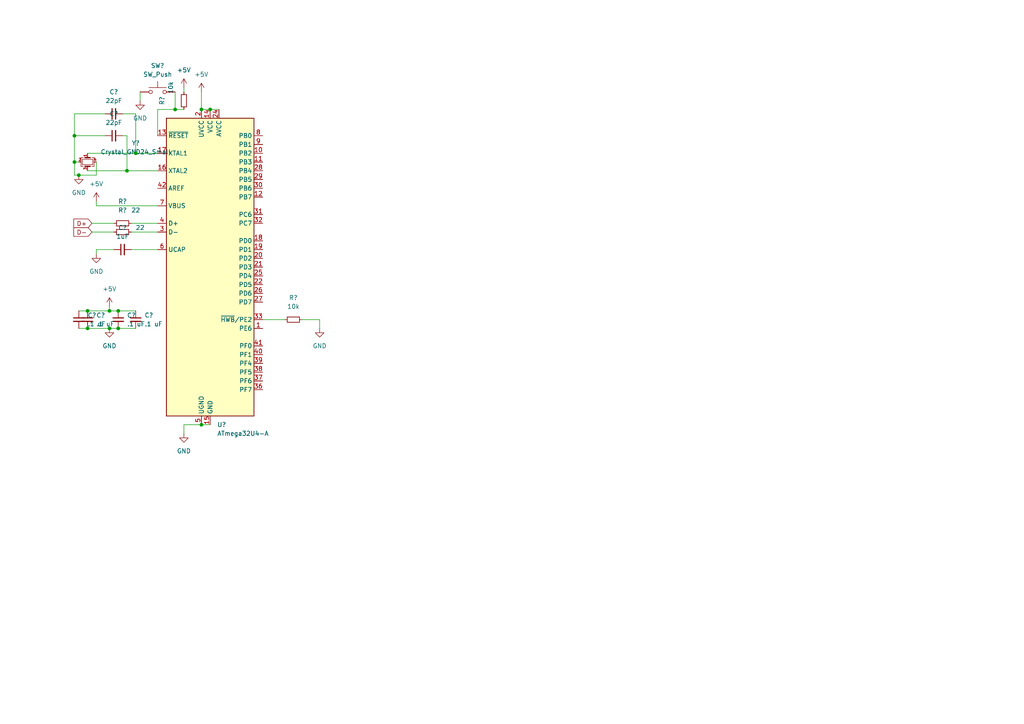
<source format=kicad_sch>
(kicad_sch (version 20211123) (generator eeschema)
  (paper "A4")
  (lib_symbols
    (symbol "Device:C_Small" (pin_numbers hide) (pin_names (offset 0.254) hide)
      (property "Reference" "C" (at 0.254 1.778 0))
      (property "Value" "C_Small" (at 0.254 -2.032 0))
      (symbol "C_Small_0_1"
        (polyline (pts (xy -1.524 -0.508) (xy 1.524 -0.508)) (stroke (width 0.3302)))
        (polyline (pts (xy -1.524 0.508) (xy 1.524 0.508)) (stroke (width 0.3048)))
      )
      (symbol "C_Small_1_1"
        (pin passive line (at 0 2.54 270) (length 2.032) (name "~") (number "1"))
        (pin passive line (at 0 -2.54 90) (length 2.032) (name "~") (number "2"))
      )
    )
    (symbol "Device:Crystal_GND24_Small" (pin_names (offset 1.016) hide)
      (property "Reference" "Y" (at 1.27 4.445 0))
      (property "Value" "Crystal_GND24_Small" (at 1.27 2.54 0))
      (symbol "Crystal_GND24_Small_0_1"
        (rectangle (start -0.762 -1.524) (end 0.762 1.524))
        (polyline (pts (xy -1.27 -0.762) (xy -1.27 0.762)) (stroke (width 0.381)))
        (polyline (pts (xy 1.27 -0.762) (xy 1.27 0.762)) (stroke (width 0.381)))
        (polyline (pts (xy -1.27 -1.27) (xy -1.27 -1.905) (xy 1.27 -1.905) (xy 1.27 -1.27)))
        (polyline (pts (xy -1.27 1.27) (xy -1.27 1.905) (xy 1.27 1.905) (xy 1.27 1.27)))
      )
      (symbol "Crystal_GND24_Small_1_1"
        (pin passive line (at -2.54 0 0) (length 1.27) (name "1") (number "1"))
        (pin passive line (at 0 -2.54 90) (length 0.635) (name "2") (number "2"))
        (pin passive line (at 2.54 0 180) (length 1.27) (name "3") (number "3"))
        (pin passive line (at 0 2.54 270) (length 0.635) (name "4") (number "4"))
      )
    )
    (symbol "Device:R_Small" (pin_numbers hide) (pin_names (offset 0.254) hide)
      (property "Reference" "R" (at 0.762 0.508 0))
      (property "Value" "R_Small" (at 0.762 -1.016 0))
      (symbol "R_Small_0_1"
        (rectangle (start -0.762 1.778) (end 0.762 -1.778) (stroke (width 0.2032)))
      )
      (symbol "R_Small_1_1"
        (pin passive line (at 0 2.54 270) (length 0.762) (name "~") (number "1"))
        (pin passive line (at 0 -2.54 90) (length 0.762) (name "~") (number "2"))
      )
    )
    (symbol "MCU_Microchip_ATmega:ATmega32U4-A"
      (property "Reference" "U" (at -12.7 44.45 0))
      (property "Value" "ATmega32U4-A" (at 2.54 -44.45 0))
      (symbol "ATmega32U4-A_0_1"
        (rectangle (start -12.7 -43.18) (end 12.7 43.18) (stroke (width 0.254)) (fill (type background)))
      )
      (symbol "ATmega32U4-A_1_1"
        (pin bidirectional line (at 15.24 -17.78 180) (length 2.54) (name "PE6") (number "1"))
        (pin bidirectional line (at 15.24 33.02 180) (length 2.54) (name "PB2") (number "10"))
        (pin bidirectional line (at 15.24 30.48 180) (length 2.54) (name "PB3") (number "11"))
        (pin bidirectional line (at 15.24 20.32 180) (length 2.54) (name "PB7") (number "12"))
        (pin input line (at -15.24 38.1 0) (length 2.54) (name "~{RESET}") (number "13"))
        (pin power_in line (at 0 45.72 270) (length 2.54) (name "VCC") (number "14"))
        (pin power_in line (at 0 -45.72 90) (length 2.54) (name "GND") (number "15"))
        (pin output line (at -15.24 27.94 0) (length 2.54) (name "XTAL2") (number "16"))
        (pin input line (at -15.24 33.02 0) (length 2.54) (name "XTAL1") (number "17"))
        (pin bidirectional line (at 15.24 7.62 180) (length 2.54) (name "PD0") (number "18"))
        (pin bidirectional line (at 15.24 5.08 180) (length 2.54) (name "PD1") (number "19"))
        (pin power_in line (at -2.54 45.72 270) (length 2.54) (name "UVCC") (number "2"))
        (pin bidirectional line (at 15.24 2.54 180) (length 2.54) (name "PD2") (number "20"))
        (pin bidirectional line (at 15.24 0 180) (length 2.54) (name "PD3") (number "21"))
        (pin bidirectional line (at 15.24 -5.08 180) (length 2.54) (name "PD5") (number "22"))
        (pin passive line (at 0 -45.72 90) (length 2.54) hide (name "GND") (number "23"))
        (pin power_in line (at 2.54 45.72 270) (length 2.54) (name "AVCC") (number "24"))
        (pin bidirectional line (at 15.24 -2.54 180) (length 2.54) (name "PD4") (number "25"))
        (pin bidirectional line (at 15.24 -7.62 180) (length 2.54) (name "PD6") (number "26"))
        (pin bidirectional line (at 15.24 -10.16 180) (length 2.54) (name "PD7") (number "27"))
        (pin bidirectional line (at 15.24 27.94 180) (length 2.54) (name "PB4") (number "28"))
        (pin bidirectional line (at 15.24 25.4 180) (length 2.54) (name "PB5") (number "29"))
        (pin bidirectional line (at -15.24 10.16 0) (length 2.54) (name "D-") (number "3"))
        (pin bidirectional line (at 15.24 22.86 180) (length 2.54) (name "PB6") (number "30"))
        (pin bidirectional line (at 15.24 15.24 180) (length 2.54) (name "PC6") (number "31"))
        (pin bidirectional line (at 15.24 12.7 180) (length 2.54) (name "PC7") (number "32"))
        (pin bidirectional line (at 15.24 -15.24 180) (length 2.54) (name "~{HWB}/PE2") (number "33"))
        (pin passive line (at 0 45.72 270) (length 2.54) hide (name "VCC") (number "34"))
        (pin passive line (at 0 -45.72 90) (length 2.54) hide (name "GND") (number "35"))
        (pin bidirectional line (at 15.24 -35.56 180) (length 2.54) (name "PF7") (number "36"))
        (pin bidirectional line (at 15.24 -33.02 180) (length 2.54) (name "PF6") (number "37"))
        (pin bidirectional line (at 15.24 -30.48 180) (length 2.54) (name "PF5") (number "38"))
        (pin bidirectional line (at 15.24 -27.94 180) (length 2.54) (name "PF4") (number "39"))
        (pin bidirectional line (at -15.24 12.7 0) (length 2.54) (name "D+") (number "4"))
        (pin bidirectional line (at 15.24 -25.4 180) (length 2.54) (name "PF1") (number "40"))
        (pin bidirectional line (at 15.24 -22.86 180) (length 2.54) (name "PF0") (number "41"))
        (pin passive line (at -15.24 22.86 0) (length 2.54) (name "AREF") (number "42"))
        (pin passive line (at 0 -45.72 90) (length 2.54) hide (name "GND") (number "43"))
        (pin passive line (at 2.54 45.72 270) (length 2.54) hide (name "AVCC") (number "44"))
        (pin passive line (at -2.54 -45.72 90) (length 2.54) (name "UGND") (number "5"))
        (pin passive line (at -15.24 5.08 0) (length 2.54) (name "UCAP") (number "6"))
        (pin input line (at -15.24 17.78 0) (length 2.54) (name "VBUS") (number "7"))
        (pin bidirectional line (at 15.24 38.1 180) (length 2.54) (name "PB0") (number "8"))
        (pin bidirectional line (at 15.24 35.56 180) (length 2.54) (name "PB1") (number "9"))
      )
    )
    (symbol "Switch:SW_Push" (pin_numbers hide) (pin_names (offset 1.016) hide)
      (property "Reference" "SW" (at 1.27 2.54 0))
      (property "Value" "SW_Push" (at 0 -1.524 0))
      (symbol "SW_Push_0_1"
        (circle (center -2.032 0) (radius 0.508))
        (polyline (pts (xy 0 1.27) (xy 0 3.048)))
        (polyline (pts (xy 2.54 1.27) (xy -2.54 1.27)))
        (circle (center 2.032 0) (radius 0.508))
        (pin passive line (at -5.08 0 0) (length 2.54) (name "1") (number "1"))
        (pin passive line (at 5.08 0 180) (length 2.54) (name "2") (number "2"))
      )
    )
    (symbol "power:+5V" (power) (pin_names (offset 0))
      (property "Value" "+5V" (at 0 3.556 0))
      (symbol "+5V_0_1"
        (polyline (pts (xy -0.762 1.27) (xy 0 2.54)))
        (polyline (pts (xy 0 0) (xy 0 2.54)))
        (polyline (pts (xy 0 2.54) (xy 0.762 1.27)))
      )
      (symbol "+5V_1_1"
        (pin power_in line (at 0 0 90) (length 0) hide (name "+5V") (number "1"))
      )
    )
    (symbol "power:GND" (power) (pin_names (offset 0))
      (property "Value" "GND" (at 0 -3.81 0))
      (symbol "GND_0_1"
        (polyline (pts (xy 0 0) (xy 0 -1.27) (xy 1.27 -1.27) (xy 0 -2.54) (xy -1.27 -1.27) (xy 0 -1.27)))
      )
      (symbol "GND_1_1"
        (pin power_in line (at 0 0 270) (length 0) hide (name "GND") (number "1"))
      )
    )
  )
  (junction (at 31.75 95.25))
  (junction (at 25.4 95.25))
  (junction (at 22.86 50.8))
  (junction (at 21.59 46.99))
  (junction (at 60.96 31.75))
  (junction (at 34.29 95.25))
  (junction (at 31.75 90.17))
  (junction (at 50.8 31.75))
  (junction (at 36.83 49.53))
  (junction (at 21.59 39.37))
  (junction (at 34.29 90.17))
  (junction (at 39.37 44.45))
  (junction (at 58.42 31.75))
  (junction (at 58.42 123.19))
  (junction (at 25.4 90.17))
  (wire (pts (xy 36.83 39.37) (xy 35.56 39.37)))
  (wire (pts (xy 25.4 49.53) (xy 36.83 49.53)))
  (wire (pts (xy 53.34 123.19) (xy 58.42 123.19)))
  (wire (pts (xy 31.75 90.17) (xy 34.29 90.17)))
  (wire (pts (xy 39.37 44.45) (xy 39.37 33.02)))
  (wire (pts (xy 92.71 92.71) (xy 92.71 95.25)))
  (wire (pts (xy 26.67 64.77) (xy 33.02 64.77)))
  (wire (pts (xy 60.96 31.75) (xy 63.5 31.75)))
  (wire (pts (xy 22.86 95.25) (xy 25.4 95.25)))
  (wire (pts (xy 38.1 64.77) (xy 45.72 64.77)))
  (wire (pts (xy 53.34 125.73) (xy 53.34 123.19)))
  (wire (pts (xy 30.48 33.02) (xy 21.59 33.02)))
  (wire (pts (xy 21.59 33.02) (xy 21.59 39.37)))
  (wire (pts (xy 50.8 31.75) (xy 53.34 31.75)))
  (wire (pts (xy 25.4 90.17) (xy 31.75 90.17)))
  (wire (pts (xy 21.59 39.37) (xy 30.48 39.37)))
  (wire (pts (xy 25.4 95.25) (xy 31.75 95.25)))
  (wire (pts (xy 50.8 26.67) (xy 50.8 31.75)))
  (wire (pts (xy 34.29 95.25) (xy 39.37 95.25)))
  (wire (pts (xy 45.72 31.75) (xy 45.72 39.37)))
  (wire (pts (xy 34.29 90.17) (xy 39.37 90.17)))
  (wire (pts (xy 39.37 44.45) (xy 45.72 44.45)))
  (wire (pts (xy 38.1 72.39) (xy 45.72 72.39)))
  (wire (pts (xy 58.42 123.19) (xy 60.96 123.19)))
  (wire (pts (xy 31.75 95.25) (xy 34.29 95.25)))
  (wire (pts (xy 87.63 92.71) (xy 92.71 92.71)))
  (wire (pts (xy 27.94 50.8) (xy 22.86 50.8)))
  (wire (pts (xy 27.94 73.66) (xy 27.94 72.39)))
  (wire (pts (xy 40.64 26.67) (xy 40.64 29.21)))
  (wire (pts (xy 39.37 33.02) (xy 35.56 33.02)))
  (wire (pts (xy 21.59 46.99) (xy 22.86 46.99)))
  (wire (pts (xy 21.59 46.99) (xy 21.59 50.8)))
  (wire (pts (xy 36.83 49.53) (xy 45.72 49.53)))
  (wire (pts (xy 27.94 59.69) (xy 45.72 59.69)))
  (wire (pts (xy 26.67 67.31) (xy 33.02 67.31)))
  (wire (pts (xy 36.83 49.53) (xy 36.83 39.37)))
  (wire (pts (xy 27.94 58.42) (xy 27.94 59.69)))
  (wire (pts (xy 58.42 26.67) (xy 58.42 31.75)))
  (wire (pts (xy 21.59 50.8) (xy 22.86 50.8)))
  (wire (pts (xy 25.4 44.45) (xy 39.37 44.45)))
  (wire (pts (xy 27.94 72.39) (xy 33.02 72.39)))
  (wire (pts (xy 58.42 31.75) (xy 60.96 31.75)))
  (wire (pts (xy 21.59 39.37) (xy 21.59 46.99)))
  (wire (pts (xy 38.1 67.31) (xy 45.72 67.31)))
  (wire (pts (xy 53.34 25.4) (xy 53.34 26.67)))
  (wire (pts (xy 50.8 31.75) (xy 45.72 31.75)))
  (wire (pts (xy 22.86 90.17) (xy 25.4 90.17)))
  (wire (pts (xy 31.75 88.9) (xy 31.75 90.17)))
  (wire (pts (xy 27.94 46.99) (xy 27.94 50.8)))
  (wire (pts (xy 76.2 92.71) (xy 82.55 92.71)))
  (global_label "D+" (shape input) (at 26.67 64.77 180) (property "Intersheet References" "${INTERSHEET_REFS}" (effects hide)))
  (global_label "D-" (shape input) (at 26.67 67.31 180) (property "Intersheet References" "${INTERSHEET_REFS}" (effects hide)))
  (symbol (lib_id "power:+5V") (at 58.42 26.67 0) (unit 1)
    (property "Reference" "#PWR?" (effects hide))
    (property "Value" "+5V" (at 58.42 21.59 0))
  )
  (symbol (lib_id "power:GND") (at 22.86 50.8 0) (unit 1)
    (property "Reference" "#PWR?" (effects hide))
    (property "Value" "GND" (at 22.86 55.88 0))
  )
  (symbol (lib_id "Device:R_Small") (at 85.09 92.71 90) (unit 1)
    (property "Reference" "R?" (at 85.09 86.36 90))
    (property "Value" "10k" (at 85.09 88.9 90))
  )
  (symbol (lib_id "Device:R_Small") (at 35.56 67.31 90) (unit 1)
    (property "Reference" "R?" (at 35.56 60.96 90))
    (property "Value" "22" (at 40.64 66.04 90))
  )
  (symbol (lib_id "power:GND") (at 27.94 73.66 0) (unit 1)
    (property "Reference" "#PWR?" (effects hide))
    (property "Value" "GND" (at 27.94 78.74 0))
  )
  (symbol (lib_id "Device:Crystal_GND24_Small") (at 25.4 46.99 270) (unit 1)
    (property "Reference" "Y?" (at 39.37 41.5288 90))
    (property "Value" "Crystal_GND24_Small" (at 39.37 44.0688 90))
  )
  (symbol (lib_id "MCU_Microchip_ATmega:ATmega32U4-A") (at 60.96 77.47 0) (unit 1)
    (property "Reference" "U?" (at 62.9794 123.19 0) (effects (justify left)))
    (property "Value" "ATmega32U4-A" (at 62.9794 125.73 0) (effects (justify left)))
    (property "Footprint" "Package_QFP:TQFP-44_10x10mm_P0.8mm" (effects hide))
    (property "Datasheet" "http://ww1.microchip.com/downloads/en/DeviceDoc/Atmel-7766-8-bit-AVR-ATmega16U4-32U4_Datasheet.pdf" (effects hide))
  )
  (symbol (lib_id "power:+5V") (at 31.75 88.9 0) (unit 1)
    (property "Reference" "#PWR?" (effects hide))
    (property "Value" "+5V" (at 31.75 83.82 0))
  )
  (symbol (lib_id "Device:C_Small") (at 25.4 92.71 0) (unit 1)
    (property "Reference" "C?" (at 27.94 91.4462 0) (effects (justify left)))
    (property "Value" ".1 uF" (at 27.94 93.9862 0) (effects (justify left)))
  )
  (symbol (lib_id "Device:R_Small") (at 35.56 64.77 90) (unit 1)
    (property "Reference" "R?" (at 35.56 58.42 90))
    (property "Value" "22" (at 39.37 60.96 90))
  )
  (symbol (lib_id "power:+5V") (at 53.34 25.4 0) (unit 1)
    (property "Reference" "#PWR?" (effects hide))
    (property "Value" "+5V" (at 53.34 20.32 0))
  )
  (symbol (lib_id "power:GND") (at 31.75 95.25 0) (unit 1)
    (property "Reference" "#PWR?" (effects hide))
    (property "Value" "GND" (at 31.75 100.33 0))
  )
  (symbol (lib_id "power:GND") (at 53.34 125.73 0) (unit 1)
    (property "Reference" "#PWR?" (effects hide))
    (property "Value" "GND" (at 53.34 130.81 0))
  )
  (symbol (lib_id "Device:R_Small") (at 53.34 29.21 180) (unit 1)
    (property "Reference" "R?" (at 46.99 29.21 90))
    (property "Value" "10k" (at 49.53 25.4 90))
  )
  (symbol (lib_id "Switch:SW_Push") (at 45.72 26.67 0) (unit 1)
    (property "Reference" "SW?" (at 45.72 19.05 0))
    (property "Value" "SW_Push" (at 45.72 21.59 0))
  )
  (symbol (lib_id "Device:C_Small") (at 39.37 92.71 0) (unit 1)
    (property "Reference" "C?" (at 41.91 91.4462 0) (effects (justify left)))
    (property "Value" ".1 uF" (at 41.91 93.9862 0) (effects (justify left)))
  )
  (symbol (lib_id "Device:C_Small") (at 22.86 92.71 0) (unit 1)
    (property "Reference" "C?" (at 25.4 91.4462 0) (effects (justify left)))
    (property "Value" ".1 uF" (at 25.4 93.9862 0) (effects (justify left)))
  )
  (symbol (lib_id "power:GND") (at 92.71 95.25 0) (unit 1)
    (property "Reference" "#PWR?" (effects hide))
    (property "Value" "GND" (at 92.71 100.33 0))
  )
  (symbol (lib_id "Device:C_Small") (at 35.56 72.39 90) (unit 1)
    (property "Reference" "C?" (at 35.5663 66.04 90))
    (property "Value" "1uF" (at 35.5663 68.58 90))
  )
  (symbol (lib_id "Device:C_Small") (at 33.02 39.37 90) (unit 1)
    (property "Reference" "C?" (at 33.0263 33.02 90))
    (property "Value" "22pF" (at 33.0263 35.56 90))
  )
  (symbol (lib_id "power:+5V") (at 27.94 58.42 0) (unit 1)
    (property "Reference" "#PWR?" (effects hide))
    (property "Value" "+5V" (at 27.94 53.34 0))
  )
  (symbol (lib_id "Device:C_Small") (at 34.29 92.71 0) (unit 1)
    (property "Reference" "C?" (at 36.83 91.4462 0) (effects (justify left)))
    (property "Value" ".1 uF" (at 36.83 93.9862 0) (effects (justify left)))
  )
  (symbol (lib_id "Device:C_Small") (at 33.02 33.02 90) (unit 1)
    (property "Reference" "C?" (at 33.0263 26.67 90))
    (property "Value" "22pF" (at 33.0263 29.21 90))
  )
  (symbol (lib_id "power:GND") (at 40.64 29.21 0) (unit 1)
    (property "Reference" "#PWR?" (effects hide))
    (property "Value" "GND" (at 40.64 34.29 0))
  )
)
</source>
